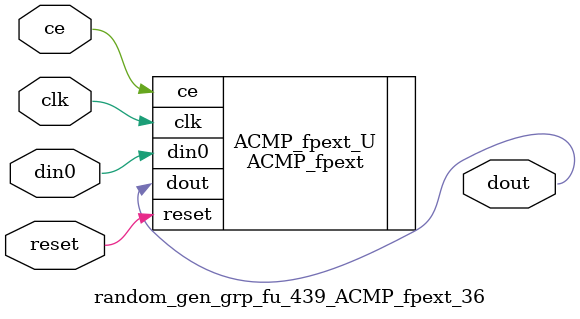
<source format=v>

`timescale 1 ns / 1 ps
module random_gen_grp_fu_439_ACMP_fpext_36(
    clk,
    reset,
    ce,
    din0,
    dout);

parameter ID = 32'd1;
parameter NUM_STAGE = 32'd1;
parameter din0_WIDTH = 32'd1;
parameter dout_WIDTH = 32'd1;
input clk;
input reset;
input ce;
input[din0_WIDTH - 1:0] din0;
output[dout_WIDTH - 1:0] dout;



ACMP_fpext #(
.ID( ID ),
.NUM_STAGE( 2 ),
.din0_WIDTH( din0_WIDTH ),
.dout_WIDTH( dout_WIDTH ))
ACMP_fpext_U(
    .clk( clk ),
    .reset( reset ),
    .ce( ce ),
    .din0( din0 ),
    .dout( dout ));

endmodule

</source>
